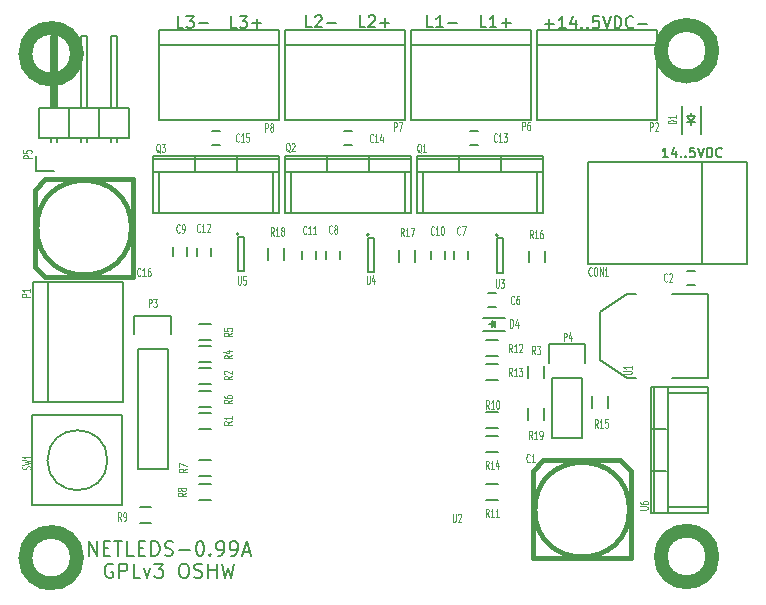
<source format=gbr>
G04 #@! TF.FileFunction,Legend,Top*
%FSLAX46Y46*%
G04 Gerber Fmt 4.6, Leading zero omitted, Abs format (unit mm)*
G04 Created by KiCad (PCBNEW (2015-09-03 BZR 6154)-product) date 2015 September 07, Monday 13:00:52*
%MOMM*%
G01*
G04 APERTURE LIST*
%ADD10C,0.100000*%
%ADD11C,0.200000*%
%ADD12C,0.150000*%
%ADD13C,0.381000*%
%ADD14C,1.198880*%
%ADD15C,0.112500*%
%ADD16C,0.127000*%
G04 APERTURE END LIST*
D10*
D11*
X160657120Y-117936377D02*
X160657120Y-116736377D01*
X161342835Y-117936377D01*
X161342835Y-116736377D01*
X161914263Y-117307806D02*
X162314263Y-117307806D01*
X162485692Y-117936377D02*
X161914263Y-117936377D01*
X161914263Y-116736377D01*
X162485692Y-116736377D01*
X162828549Y-116736377D02*
X163514263Y-116736377D01*
X163171406Y-117936377D02*
X163171406Y-116736377D01*
X164485692Y-117936377D02*
X163914263Y-117936377D01*
X163914263Y-116736377D01*
X164885692Y-117307806D02*
X165285692Y-117307806D01*
X165457121Y-117936377D02*
X164885692Y-117936377D01*
X164885692Y-116736377D01*
X165457121Y-116736377D01*
X165971406Y-117936377D02*
X165971406Y-116736377D01*
X166257121Y-116736377D01*
X166428549Y-116793520D01*
X166542835Y-116907806D01*
X166599978Y-117022091D01*
X166657121Y-117250663D01*
X166657121Y-117422091D01*
X166599978Y-117650663D01*
X166542835Y-117764949D01*
X166428549Y-117879234D01*
X166257121Y-117936377D01*
X165971406Y-117936377D01*
X167114263Y-117879234D02*
X167285692Y-117936377D01*
X167571406Y-117936377D01*
X167685692Y-117879234D01*
X167742835Y-117822091D01*
X167799978Y-117707806D01*
X167799978Y-117593520D01*
X167742835Y-117479234D01*
X167685692Y-117422091D01*
X167571406Y-117364949D01*
X167342835Y-117307806D01*
X167228549Y-117250663D01*
X167171406Y-117193520D01*
X167114263Y-117079234D01*
X167114263Y-116964949D01*
X167171406Y-116850663D01*
X167228549Y-116793520D01*
X167342835Y-116736377D01*
X167628549Y-116736377D01*
X167799978Y-116793520D01*
X168314263Y-117479234D02*
X169228549Y-117479234D01*
X170028549Y-116736377D02*
X170142834Y-116736377D01*
X170257120Y-116793520D01*
X170314263Y-116850663D01*
X170371406Y-116964949D01*
X170428549Y-117193520D01*
X170428549Y-117479234D01*
X170371406Y-117707806D01*
X170314263Y-117822091D01*
X170257120Y-117879234D01*
X170142834Y-117936377D01*
X170028549Y-117936377D01*
X169914263Y-117879234D01*
X169857120Y-117822091D01*
X169799977Y-117707806D01*
X169742834Y-117479234D01*
X169742834Y-117193520D01*
X169799977Y-116964949D01*
X169857120Y-116850663D01*
X169914263Y-116793520D01*
X170028549Y-116736377D01*
X170942834Y-117822091D02*
X170999977Y-117879234D01*
X170942834Y-117936377D01*
X170885691Y-117879234D01*
X170942834Y-117822091D01*
X170942834Y-117936377D01*
X171571406Y-117936377D02*
X171799978Y-117936377D01*
X171914263Y-117879234D01*
X171971406Y-117822091D01*
X172085692Y-117650663D01*
X172142835Y-117422091D01*
X172142835Y-116964949D01*
X172085692Y-116850663D01*
X172028549Y-116793520D01*
X171914263Y-116736377D01*
X171685692Y-116736377D01*
X171571406Y-116793520D01*
X171514263Y-116850663D01*
X171457120Y-116964949D01*
X171457120Y-117250663D01*
X171514263Y-117364949D01*
X171571406Y-117422091D01*
X171685692Y-117479234D01*
X171914263Y-117479234D01*
X172028549Y-117422091D01*
X172085692Y-117364949D01*
X172142835Y-117250663D01*
X172714263Y-117936377D02*
X172942835Y-117936377D01*
X173057120Y-117879234D01*
X173114263Y-117822091D01*
X173228549Y-117650663D01*
X173285692Y-117422091D01*
X173285692Y-116964949D01*
X173228549Y-116850663D01*
X173171406Y-116793520D01*
X173057120Y-116736377D01*
X172828549Y-116736377D01*
X172714263Y-116793520D01*
X172657120Y-116850663D01*
X172599977Y-116964949D01*
X172599977Y-117250663D01*
X172657120Y-117364949D01*
X172714263Y-117422091D01*
X172828549Y-117479234D01*
X173057120Y-117479234D01*
X173171406Y-117422091D01*
X173228549Y-117364949D01*
X173285692Y-117250663D01*
X173742834Y-117593520D02*
X174314263Y-117593520D01*
X173628549Y-117936377D02*
X174028549Y-116736377D01*
X174428549Y-117936377D01*
X162685691Y-118673520D02*
X162571405Y-118616377D01*
X162399976Y-118616377D01*
X162228548Y-118673520D01*
X162114262Y-118787806D01*
X162057119Y-118902091D01*
X161999976Y-119130663D01*
X161999976Y-119302091D01*
X162057119Y-119530663D01*
X162114262Y-119644949D01*
X162228548Y-119759234D01*
X162399976Y-119816377D01*
X162514262Y-119816377D01*
X162685691Y-119759234D01*
X162742834Y-119702091D01*
X162742834Y-119302091D01*
X162514262Y-119302091D01*
X163257119Y-119816377D02*
X163257119Y-118616377D01*
X163714262Y-118616377D01*
X163828548Y-118673520D01*
X163885691Y-118730663D01*
X163942834Y-118844949D01*
X163942834Y-119016377D01*
X163885691Y-119130663D01*
X163828548Y-119187806D01*
X163714262Y-119244949D01*
X163257119Y-119244949D01*
X165028548Y-119816377D02*
X164457119Y-119816377D01*
X164457119Y-118616377D01*
X165314263Y-119016377D02*
X165599977Y-119816377D01*
X165885691Y-119016377D01*
X166228549Y-118616377D02*
X166971406Y-118616377D01*
X166571406Y-119073520D01*
X166742834Y-119073520D01*
X166857120Y-119130663D01*
X166914263Y-119187806D01*
X166971406Y-119302091D01*
X166971406Y-119587806D01*
X166914263Y-119702091D01*
X166857120Y-119759234D01*
X166742834Y-119816377D01*
X166399977Y-119816377D01*
X166285691Y-119759234D01*
X166228549Y-119702091D01*
X168628549Y-118616377D02*
X168857120Y-118616377D01*
X168971406Y-118673520D01*
X169085692Y-118787806D01*
X169142834Y-119016377D01*
X169142834Y-119416377D01*
X169085692Y-119644949D01*
X168971406Y-119759234D01*
X168857120Y-119816377D01*
X168628549Y-119816377D01*
X168514263Y-119759234D01*
X168399977Y-119644949D01*
X168342834Y-119416377D01*
X168342834Y-119016377D01*
X168399977Y-118787806D01*
X168514263Y-118673520D01*
X168628549Y-118616377D01*
X169599977Y-119759234D02*
X169771406Y-119816377D01*
X170057120Y-119816377D01*
X170171406Y-119759234D01*
X170228549Y-119702091D01*
X170285692Y-119587806D01*
X170285692Y-119473520D01*
X170228549Y-119359234D01*
X170171406Y-119302091D01*
X170057120Y-119244949D01*
X169828549Y-119187806D01*
X169714263Y-119130663D01*
X169657120Y-119073520D01*
X169599977Y-118959234D01*
X169599977Y-118844949D01*
X169657120Y-118730663D01*
X169714263Y-118673520D01*
X169828549Y-118616377D01*
X170114263Y-118616377D01*
X170285692Y-118673520D01*
X170799977Y-119816377D02*
X170799977Y-118616377D01*
X170799977Y-119187806D02*
X171485692Y-119187806D01*
X171485692Y-119816377D02*
X171485692Y-118616377D01*
X171942835Y-118616377D02*
X172228549Y-119816377D01*
X172457120Y-118959234D01*
X172685692Y-119816377D01*
X172971406Y-118616377D01*
D12*
X209697578Y-84212385D02*
X209240435Y-84212385D01*
X209469006Y-84212385D02*
X209469006Y-83412385D01*
X209392816Y-83526670D01*
X209316625Y-83602861D01*
X209240435Y-83640956D01*
X210383292Y-83679051D02*
X210383292Y-84212385D01*
X210192816Y-83374290D02*
X210002340Y-83945718D01*
X210497578Y-83945718D01*
X210802340Y-84136194D02*
X210840435Y-84174290D01*
X210802340Y-84212385D01*
X210764245Y-84174290D01*
X210802340Y-84136194D01*
X210802340Y-84212385D01*
X211183292Y-84136194D02*
X211221387Y-84174290D01*
X211183292Y-84212385D01*
X211145197Y-84174290D01*
X211183292Y-84136194D01*
X211183292Y-84212385D01*
X211945197Y-83412385D02*
X211564244Y-83412385D01*
X211526149Y-83793337D01*
X211564244Y-83755242D01*
X211640435Y-83717147D01*
X211830911Y-83717147D01*
X211907101Y-83755242D01*
X211945197Y-83793337D01*
X211983292Y-83869528D01*
X211983292Y-84060004D01*
X211945197Y-84136194D01*
X211907101Y-84174290D01*
X211830911Y-84212385D01*
X211640435Y-84212385D01*
X211564244Y-84174290D01*
X211526149Y-84136194D01*
X212211863Y-83412385D02*
X212478530Y-84212385D01*
X212745197Y-83412385D01*
X213011863Y-84212385D02*
X213011863Y-83412385D01*
X213202339Y-83412385D01*
X213316625Y-83450480D01*
X213392816Y-83526670D01*
X213430911Y-83602861D01*
X213469006Y-83755242D01*
X213469006Y-83869528D01*
X213430911Y-84021909D01*
X213392816Y-84098099D01*
X213316625Y-84174290D01*
X213202339Y-84212385D01*
X213011863Y-84212385D01*
X214269006Y-84136194D02*
X214230911Y-84174290D01*
X214116625Y-84212385D01*
X214040435Y-84212385D01*
X213926149Y-84174290D01*
X213849958Y-84098099D01*
X213811863Y-84021909D01*
X213773768Y-83869528D01*
X213773768Y-83755242D01*
X213811863Y-83602861D01*
X213849958Y-83526670D01*
X213926149Y-83450480D01*
X214040435Y-83412385D01*
X214116625Y-83412385D01*
X214230911Y-83450480D01*
X214269006Y-83488575D01*
X199273067Y-72892929D02*
X200034972Y-72892929D01*
X199654020Y-73273881D02*
X199654020Y-72511976D01*
X201034972Y-73273881D02*
X200463543Y-73273881D01*
X200749257Y-73273881D02*
X200749257Y-72273881D01*
X200654019Y-72416738D01*
X200558781Y-72511976D01*
X200463543Y-72559595D01*
X201892115Y-72607214D02*
X201892115Y-73273881D01*
X201654019Y-72226262D02*
X201415924Y-72940548D01*
X202034972Y-72940548D01*
X202415924Y-73178643D02*
X202463543Y-73226262D01*
X202415924Y-73273881D01*
X202368305Y-73226262D01*
X202415924Y-73178643D01*
X202415924Y-73273881D01*
X202892114Y-73178643D02*
X202939733Y-73226262D01*
X202892114Y-73273881D01*
X202844495Y-73226262D01*
X202892114Y-73178643D01*
X202892114Y-73273881D01*
X203844495Y-72273881D02*
X203368304Y-72273881D01*
X203320685Y-72750071D01*
X203368304Y-72702452D01*
X203463542Y-72654833D01*
X203701638Y-72654833D01*
X203796876Y-72702452D01*
X203844495Y-72750071D01*
X203892114Y-72845310D01*
X203892114Y-73083405D01*
X203844495Y-73178643D01*
X203796876Y-73226262D01*
X203701638Y-73273881D01*
X203463542Y-73273881D01*
X203368304Y-73226262D01*
X203320685Y-73178643D01*
X204177828Y-72273881D02*
X204511161Y-73273881D01*
X204844495Y-72273881D01*
X205177828Y-73273881D02*
X205177828Y-72273881D01*
X205415923Y-72273881D01*
X205558781Y-72321500D01*
X205654019Y-72416738D01*
X205701638Y-72511976D01*
X205749257Y-72702452D01*
X205749257Y-72845310D01*
X205701638Y-73035786D01*
X205654019Y-73131024D01*
X205558781Y-73226262D01*
X205415923Y-73273881D01*
X205177828Y-73273881D01*
X206749257Y-73178643D02*
X206701638Y-73226262D01*
X206558781Y-73273881D01*
X206463543Y-73273881D01*
X206320685Y-73226262D01*
X206225447Y-73131024D01*
X206177828Y-73035786D01*
X206130209Y-72845310D01*
X206130209Y-72702452D01*
X206177828Y-72511976D01*
X206225447Y-72416738D01*
X206320685Y-72321500D01*
X206463543Y-72273881D01*
X206558781Y-72273881D01*
X206701638Y-72321500D01*
X206749257Y-72369119D01*
X207177828Y-72892929D02*
X207939733Y-72892929D01*
X189801881Y-73197981D02*
X189325690Y-73197981D01*
X189325690Y-72197981D01*
X190659024Y-73197981D02*
X190087595Y-73197981D01*
X190373309Y-73197981D02*
X190373309Y-72197981D01*
X190278071Y-72340838D01*
X190182833Y-72436076D01*
X190087595Y-72483695D01*
X191087595Y-72817029D02*
X191849500Y-72817029D01*
X194325691Y-73197981D02*
X193849500Y-73197981D01*
X193849500Y-72197981D01*
X195182834Y-73197981D02*
X194611405Y-73197981D01*
X194897119Y-73197981D02*
X194897119Y-72197981D01*
X194801881Y-72340838D01*
X194706643Y-72436076D01*
X194611405Y-72483695D01*
X195611405Y-72817029D02*
X196373310Y-72817029D01*
X195992358Y-73197981D02*
X195992358Y-72436076D01*
X179552981Y-73197981D02*
X179076790Y-73197981D01*
X179076790Y-72197981D01*
X179838695Y-72293219D02*
X179886314Y-72245600D01*
X179981552Y-72197981D01*
X180219648Y-72197981D01*
X180314886Y-72245600D01*
X180362505Y-72293219D01*
X180410124Y-72388457D01*
X180410124Y-72483695D01*
X180362505Y-72626552D01*
X179791076Y-73197981D01*
X180410124Y-73197981D01*
X180838695Y-72817029D02*
X181600600Y-72817029D01*
X184076791Y-73197981D02*
X183600600Y-73197981D01*
X183600600Y-72197981D01*
X184362505Y-72293219D02*
X184410124Y-72245600D01*
X184505362Y-72197981D01*
X184743458Y-72197981D01*
X184838696Y-72245600D01*
X184886315Y-72293219D01*
X184933934Y-72388457D01*
X184933934Y-72483695D01*
X184886315Y-72626552D01*
X184314886Y-73197981D01*
X184933934Y-73197981D01*
X185362505Y-72817029D02*
X186124410Y-72817029D01*
X185743458Y-73197981D02*
X185743458Y-72436076D01*
X168681781Y-73248781D02*
X168205590Y-73248781D01*
X168205590Y-72248781D01*
X168919876Y-72248781D02*
X169538924Y-72248781D01*
X169205590Y-72629733D01*
X169348448Y-72629733D01*
X169443686Y-72677352D01*
X169491305Y-72724971D01*
X169538924Y-72820210D01*
X169538924Y-73058305D01*
X169491305Y-73153543D01*
X169443686Y-73201162D01*
X169348448Y-73248781D01*
X169062733Y-73248781D01*
X168967495Y-73201162D01*
X168919876Y-73153543D01*
X169967495Y-72867829D02*
X170729400Y-72867829D01*
X173205591Y-73248781D02*
X172729400Y-73248781D01*
X172729400Y-72248781D01*
X173443686Y-72248781D02*
X174062734Y-72248781D01*
X173729400Y-72629733D01*
X173872258Y-72629733D01*
X173967496Y-72677352D01*
X174015115Y-72724971D01*
X174062734Y-72820210D01*
X174062734Y-73058305D01*
X174015115Y-73153543D01*
X173967496Y-73201162D01*
X173872258Y-73248781D01*
X173586543Y-73248781D01*
X173491305Y-73201162D01*
X173443686Y-73153543D01*
X174491305Y-72867829D02*
X175253210Y-72867829D01*
X174872258Y-73248781D02*
X174872258Y-72486876D01*
D13*
X198236840Y-110746540D02*
X199138540Y-109844840D01*
X205638400Y-109844840D02*
X206537560Y-110746540D01*
X206537560Y-118145560D02*
X198239380Y-118145560D01*
X206540100Y-110746540D02*
X206540100Y-118145560D01*
X205638400Y-109844840D02*
X199143620Y-109844840D01*
X198241920Y-110744000D02*
X198241920Y-118145560D01*
X206438823Y-114046000D02*
G75*
G03X206438823Y-114046000I-4000823J0D01*
G01*
D12*
X211333600Y-93837200D02*
X212033600Y-93837200D01*
X212033600Y-95037200D02*
X211333600Y-95037200D01*
X195155300Y-96904100D02*
X194455300Y-96904100D01*
X194455300Y-95704100D02*
X195155300Y-95704100D01*
X191614500Y-92806000D02*
X191614500Y-92106000D01*
X192814500Y-92106000D02*
X192814500Y-92806000D01*
X180756000Y-92806000D02*
X180756000Y-92106000D01*
X181956000Y-92106000D02*
X181956000Y-92806000D01*
X167802000Y-92540000D02*
X167802000Y-91840000D01*
X169002000Y-91840000D02*
X169002000Y-92540000D01*
X189646000Y-92806000D02*
X189646000Y-92106000D01*
X190846000Y-92106000D02*
X190846000Y-92806000D01*
X178724000Y-92806000D02*
X178724000Y-92106000D01*
X179924000Y-92106000D02*
X179924000Y-92806000D01*
X169834000Y-92552000D02*
X169834000Y-91852000D01*
X171034000Y-91852000D02*
X171034000Y-92552000D01*
X192956000Y-81950000D02*
X193656000Y-81950000D01*
X193656000Y-83150000D02*
X192956000Y-83150000D01*
X182264000Y-81950000D02*
X182964000Y-81950000D01*
X182964000Y-83150000D02*
X182264000Y-83150000D01*
X171100000Y-81950000D02*
X171800000Y-81950000D01*
X171800000Y-83150000D02*
X171100000Y-83150000D01*
D13*
X156974540Y-94371160D02*
X156072840Y-93469460D01*
X156072840Y-86969600D02*
X156974540Y-86070440D01*
X164373560Y-86070440D02*
X164373560Y-94368620D01*
X156974540Y-86067900D02*
X164373560Y-86067900D01*
X156072840Y-86969600D02*
X156072840Y-93464380D01*
X156972000Y-94366080D02*
X164373560Y-94366080D01*
X164274823Y-90170000D02*
G75*
G03X164274823Y-90170000I-4000823J0D01*
G01*
D12*
X215646000Y-93218000D02*
X216408000Y-93218000D01*
X216408000Y-93218000D02*
X216408000Y-84582000D01*
X216408000Y-84582000D02*
X215646000Y-84582000D01*
X212598000Y-93218000D02*
X212598000Y-84582000D01*
X202946000Y-93218000D02*
X202946000Y-84582000D01*
X215646000Y-84582000D02*
X202946000Y-84582000D01*
X215646000Y-93218000D02*
X202946000Y-93218000D01*
X195905300Y-97786100D02*
X194005300Y-97786100D01*
X195905300Y-98886100D02*
X194005300Y-98886100D01*
X195005300Y-98336100D02*
X194555300Y-98336100D01*
X195055300Y-98586100D02*
X195055300Y-98086100D01*
X195055300Y-98336100D02*
X194805300Y-98586100D01*
X194805300Y-98586100D02*
X194805300Y-98086100D01*
X194805300Y-98086100D02*
X195055300Y-98336100D01*
X157226000Y-104965500D02*
X157226000Y-94805500D01*
X155956000Y-104965500D02*
X163576000Y-104965500D01*
X163576000Y-104965500D02*
X163576000Y-94805500D01*
X163576000Y-94805500D02*
X155956000Y-94805500D01*
X155956000Y-94805500D02*
X155956000Y-104965500D01*
X198628000Y-74676000D02*
X208788000Y-74676000D01*
X198628000Y-73406000D02*
X198628000Y-81026000D01*
X198628000Y-81026000D02*
X208788000Y-81026000D01*
X208788000Y-81026000D02*
X208788000Y-73406000D01*
X208788000Y-73406000D02*
X198628000Y-73406000D01*
X164515200Y-99187000D02*
X164515200Y-97637000D01*
X164515200Y-97637000D02*
X167615200Y-97637000D01*
X167615200Y-97637000D02*
X167615200Y-99187000D01*
X167335200Y-100457000D02*
X167335200Y-110617000D01*
X167335200Y-110617000D02*
X164795200Y-110617000D01*
X164795200Y-110617000D02*
X164795200Y-100457000D01*
X167335200Y-100457000D02*
X164795200Y-100457000D01*
X199898000Y-102870000D02*
X199898000Y-107950000D01*
X199898000Y-107950000D02*
X202438000Y-107950000D01*
X202438000Y-107950000D02*
X202438000Y-102870000D01*
X202718000Y-100050000D02*
X202718000Y-101600000D01*
X202438000Y-102870000D02*
X199898000Y-102870000D01*
X199618000Y-101600000D02*
X199618000Y-100050000D01*
X199618000Y-100050000D02*
X202718000Y-100050000D01*
X156184000Y-85374000D02*
X157734000Y-85374000D01*
X156184000Y-84074000D02*
X156184000Y-85374000D01*
X157607000Y-79883000D02*
X157607000Y-74041000D01*
X157607000Y-74041000D02*
X157861000Y-74041000D01*
X157861000Y-74041000D02*
X157861000Y-79883000D01*
X157861000Y-79883000D02*
X157734000Y-79883000D01*
X157734000Y-79883000D02*
X157734000Y-74041000D01*
X157480000Y-82550000D02*
X157480000Y-82931000D01*
X157988000Y-82550000D02*
X157988000Y-82931000D01*
X160020000Y-82550000D02*
X160020000Y-82931000D01*
X160528000Y-82550000D02*
X160528000Y-82931000D01*
X162560000Y-82550000D02*
X162560000Y-82931000D01*
X163068000Y-82550000D02*
X163068000Y-82931000D01*
X159004000Y-80010000D02*
X156464000Y-80010000D01*
X157988000Y-73914000D02*
X157988000Y-80010000D01*
X157480000Y-73914000D02*
X157988000Y-73914000D01*
X157480000Y-80010000D02*
X157480000Y-73914000D01*
X159004000Y-82550000D02*
X159004000Y-80010000D01*
X156464000Y-82550000D02*
X159004000Y-82550000D01*
X156464000Y-82550000D02*
X156464000Y-80010000D01*
X161544000Y-82550000D02*
X161544000Y-80010000D01*
X161544000Y-82550000D02*
X164084000Y-82550000D01*
X162560000Y-80010000D02*
X162560000Y-73914000D01*
X162560000Y-73914000D02*
X163068000Y-73914000D01*
X163068000Y-73914000D02*
X163068000Y-80010000D01*
X164084000Y-80010000D02*
X161544000Y-80010000D01*
X161544000Y-80010000D02*
X159004000Y-80010000D01*
X160528000Y-73914000D02*
X160528000Y-80010000D01*
X160020000Y-73914000D02*
X160528000Y-73914000D01*
X160020000Y-80010000D02*
X160020000Y-73914000D01*
X161544000Y-82550000D02*
X161544000Y-80010000D01*
X159004000Y-82550000D02*
X161544000Y-82550000D01*
X159004000Y-82550000D02*
X159004000Y-80010000D01*
X164084000Y-82550000D02*
X164084000Y-80010000D01*
X187960000Y-74676000D02*
X198120000Y-74676000D01*
X187960000Y-73406000D02*
X187960000Y-81026000D01*
X187960000Y-81026000D02*
X198120000Y-81026000D01*
X198120000Y-81026000D02*
X198120000Y-73406000D01*
X198120000Y-73406000D02*
X187960000Y-73406000D01*
X177292000Y-74676000D02*
X187452000Y-74676000D01*
X177292000Y-73406000D02*
X177292000Y-81026000D01*
X177292000Y-81026000D02*
X187452000Y-81026000D01*
X187452000Y-81026000D02*
X187452000Y-73406000D01*
X187452000Y-73406000D02*
X177292000Y-73406000D01*
X166624000Y-74676000D02*
X176784000Y-74676000D01*
X166624000Y-73406000D02*
X166624000Y-81026000D01*
X166624000Y-81026000D02*
X176784000Y-81026000D01*
X176784000Y-81026000D02*
X176784000Y-73406000D01*
X176784000Y-73406000D02*
X166624000Y-73406000D01*
X198628000Y-85471000D02*
X198628000Y-88900000D01*
X188976000Y-85471000D02*
X188976000Y-88900000D01*
X199136000Y-84328000D02*
X188468000Y-84328000D01*
X195580000Y-85344000D02*
X195580000Y-84074000D01*
X192024000Y-85344000D02*
X192024000Y-84074000D01*
X188468000Y-85471000D02*
X199136000Y-85471000D01*
X199136000Y-88900000D02*
X188468000Y-88900000D01*
X188468000Y-84074000D02*
X188468000Y-88900000D01*
X199136000Y-84074000D02*
X199136000Y-88900000D01*
X199136000Y-84074000D02*
X188468000Y-84074000D01*
X187452000Y-85471000D02*
X187452000Y-88900000D01*
X177800000Y-85471000D02*
X177800000Y-88900000D01*
X187960000Y-84328000D02*
X177292000Y-84328000D01*
X184404000Y-85344000D02*
X184404000Y-84074000D01*
X180848000Y-85344000D02*
X180848000Y-84074000D01*
X177292000Y-85471000D02*
X187960000Y-85471000D01*
X187960000Y-88900000D02*
X177292000Y-88900000D01*
X177292000Y-84074000D02*
X177292000Y-88900000D01*
X187960000Y-84074000D02*
X187960000Y-88900000D01*
X187960000Y-84074000D02*
X177292000Y-84074000D01*
X176276000Y-85471000D02*
X176276000Y-88900000D01*
X166624000Y-85471000D02*
X166624000Y-88900000D01*
X176784000Y-84328000D02*
X166116000Y-84328000D01*
X173228000Y-85344000D02*
X173228000Y-84074000D01*
X169672000Y-85344000D02*
X169672000Y-84074000D01*
X166116000Y-85471000D02*
X176784000Y-85471000D01*
X176784000Y-88900000D02*
X166116000Y-88900000D01*
X166116000Y-84074000D02*
X166116000Y-88900000D01*
X176784000Y-84074000D02*
X176784000Y-88900000D01*
X176784000Y-84074000D02*
X166116000Y-84074000D01*
X171035600Y-101513000D02*
X170035600Y-101513000D01*
X170035600Y-100163000D02*
X171035600Y-100163000D01*
X170996800Y-99684200D02*
X169996800Y-99684200D01*
X169996800Y-98334200D02*
X170996800Y-98334200D01*
X170997500Y-105361100D02*
X169997500Y-105361100D01*
X169997500Y-104011100D02*
X170997500Y-104011100D01*
X170997500Y-111203100D02*
X169997500Y-111203100D01*
X169997500Y-109853100D02*
X170997500Y-109853100D01*
X170997500Y-113235100D02*
X169997500Y-113235100D01*
X169997500Y-111885100D02*
X170997500Y-111885100D01*
X165960680Y-115173120D02*
X164960680Y-115173120D01*
X164960680Y-113823120D02*
X165960680Y-113823120D01*
X194305300Y-105789100D02*
X195305300Y-105789100D01*
X195305300Y-107139100D02*
X194305300Y-107139100D01*
X195305300Y-113235100D02*
X194305300Y-113235100D01*
X194305300Y-111885100D02*
X195305300Y-111885100D01*
X194293300Y-99693100D02*
X195293300Y-99693100D01*
X195293300Y-101043100D02*
X194293300Y-101043100D01*
X194305300Y-101725100D02*
X195305300Y-101725100D01*
X195305300Y-103075100D02*
X194305300Y-103075100D01*
X194317300Y-107821100D02*
X195317300Y-107821100D01*
X195317300Y-109171100D02*
X194317300Y-109171100D01*
X203287000Y-105402000D02*
X203287000Y-104402000D01*
X204637000Y-104402000D02*
X204637000Y-105402000D01*
X197927600Y-93108400D02*
X197927600Y-92108400D01*
X199277600Y-92108400D02*
X199277600Y-93108400D01*
X186929400Y-93057600D02*
X186929400Y-92057600D01*
X188279400Y-92057600D02*
X188279400Y-93057600D01*
X175829600Y-92930600D02*
X175829600Y-91930600D01*
X177179600Y-91930600D02*
X177179600Y-92930600D01*
X162242500Y-109855000D02*
G75*
G03X162242500Y-109855000I-2540000J0D01*
G01*
X163512500Y-106045000D02*
X163512500Y-113665000D01*
X163512500Y-113665000D02*
X155892500Y-113665000D01*
X155892500Y-113665000D02*
X155892500Y-106045000D01*
X163512500Y-106045000D02*
X155892500Y-106045000D01*
X195296000Y-90819500D02*
G75*
G03X195296000Y-90819500I-100000J0D01*
G01*
X195746000Y-91069500D02*
X195246000Y-91069500D01*
X195746000Y-93969500D02*
X195746000Y-91069500D01*
X195246000Y-93969500D02*
X195746000Y-93969500D01*
X195246000Y-91069500D02*
X195246000Y-93969500D01*
X184374000Y-90756000D02*
G75*
G03X184374000Y-90756000I-100000J0D01*
G01*
X184824000Y-91006000D02*
X184324000Y-91006000D01*
X184824000Y-93906000D02*
X184824000Y-91006000D01*
X184324000Y-93906000D02*
X184824000Y-93906000D01*
X184324000Y-91006000D02*
X184324000Y-93906000D01*
X173366000Y-90690000D02*
G75*
G03X173366000Y-90690000I-100000J0D01*
G01*
X173816000Y-90940000D02*
X173316000Y-90940000D01*
X173816000Y-93840000D02*
X173816000Y-90940000D01*
X173316000Y-93840000D02*
X173816000Y-93840000D01*
X173316000Y-90940000D02*
X173316000Y-93840000D01*
D14*
X213464004Y-118008400D02*
G75*
G03X213464004Y-118008400I-2186804J0D01*
G01*
X159666804Y-75438000D02*
G75*
G03X159666804Y-75438000I-2186804J0D01*
G01*
X159666804Y-118110000D02*
G75*
G03X159666804Y-118110000I-2186804J0D01*
G01*
X213464004Y-75184000D02*
G75*
G03X213464004Y-75184000I-2186804J0D01*
G01*
D12*
X210032600Y-102920800D02*
X213080600Y-102920800D01*
X213080600Y-102920800D02*
X213080600Y-95808800D01*
X213080600Y-95808800D02*
X210032600Y-95808800D01*
X206984600Y-102920800D02*
X206222600Y-102920800D01*
X206222600Y-102920800D02*
X203936600Y-101396800D01*
X203936600Y-101396800D02*
X203936600Y-97332800D01*
X203936600Y-97332800D02*
X206222600Y-95808800D01*
X206222600Y-95808800D02*
X206984600Y-95808800D01*
X209677000Y-104140000D02*
X213106000Y-104140000D01*
X209677000Y-113792000D02*
X213106000Y-113792000D01*
X208534000Y-103632000D02*
X208534000Y-114300000D01*
X209550000Y-107188000D02*
X208280000Y-107188000D01*
X209550000Y-110744000D02*
X208280000Y-110744000D01*
X209677000Y-114300000D02*
X209677000Y-103632000D01*
X213106000Y-103632000D02*
X213106000Y-114300000D01*
X208280000Y-114300000D02*
X213106000Y-114300000D01*
X208280000Y-103632000D02*
X213106000Y-103632000D01*
X208280000Y-103632000D02*
X208280000Y-114300000D01*
X170984800Y-107228000D02*
X169984800Y-107228000D01*
X169984800Y-105878000D02*
X170984800Y-105878000D01*
X171035600Y-103392600D02*
X170035600Y-103392600D01*
X170035600Y-102042600D02*
X171035600Y-102042600D01*
X211658200Y-80725200D02*
X211658200Y-80475200D01*
X211658200Y-81225200D02*
X211658200Y-81475200D01*
X211658200Y-81225200D02*
X211308200Y-80725200D01*
X211308200Y-80725200D02*
X212008200Y-80725200D01*
X212008200Y-80725200D02*
X211658200Y-81225200D01*
X211308200Y-81225200D02*
X212008200Y-81225200D01*
X212458200Y-82275200D02*
X212458200Y-79875200D01*
X210858200Y-82275200D02*
X210858200Y-79875200D01*
X197851400Y-102862000D02*
X197851400Y-101862000D01*
X199201400Y-101862000D02*
X199201400Y-102862000D01*
X197826000Y-106418000D02*
X197826000Y-105418000D01*
X199176000Y-105418000D02*
X199176000Y-106418000D01*
D15*
X197994201Y-109969586D02*
X197972772Y-110003490D01*
X197908486Y-110037395D01*
X197865629Y-110037395D01*
X197801344Y-110003490D01*
X197758486Y-109935681D01*
X197737058Y-109867871D01*
X197715629Y-109732252D01*
X197715629Y-109630538D01*
X197737058Y-109494919D01*
X197758486Y-109427110D01*
X197801344Y-109359300D01*
X197865629Y-109325395D01*
X197908486Y-109325395D01*
X197972772Y-109359300D01*
X197994201Y-109393205D01*
X198422772Y-110037395D02*
X198165629Y-110037395D01*
X198294201Y-110037395D02*
X198294201Y-109325395D01*
X198251344Y-109427110D01*
X198208486Y-109494919D01*
X198165629Y-109528824D01*
D16*
D15*
X209640101Y-94666086D02*
X209618672Y-94699990D01*
X209554386Y-94733895D01*
X209511529Y-94733895D01*
X209447244Y-94699990D01*
X209404386Y-94632181D01*
X209382958Y-94564371D01*
X209361529Y-94428752D01*
X209361529Y-94327038D01*
X209382958Y-94191419D01*
X209404386Y-94123610D01*
X209447244Y-94055800D01*
X209511529Y-94021895D01*
X209554386Y-94021895D01*
X209618672Y-94055800D01*
X209640101Y-94089705D01*
X209811529Y-94089705D02*
X209832958Y-94055800D01*
X209875815Y-94021895D01*
X209982958Y-94021895D01*
X210025815Y-94055800D01*
X210047244Y-94089705D01*
X210068672Y-94157514D01*
X210068672Y-94225324D01*
X210047244Y-94327038D01*
X209790101Y-94733895D01*
X210068672Y-94733895D01*
D16*
D15*
X196686101Y-96583786D02*
X196664672Y-96617690D01*
X196600386Y-96651595D01*
X196557529Y-96651595D01*
X196493244Y-96617690D01*
X196450386Y-96549881D01*
X196428958Y-96482071D01*
X196407529Y-96346452D01*
X196407529Y-96244738D01*
X196428958Y-96109119D01*
X196450386Y-96041310D01*
X196493244Y-95973500D01*
X196557529Y-95939595D01*
X196600386Y-95939595D01*
X196664672Y-95973500D01*
X196686101Y-96007405D01*
X197071815Y-95939595D02*
X196986101Y-95939595D01*
X196943244Y-95973500D01*
X196921815Y-96007405D01*
X196878958Y-96109119D01*
X196857529Y-96244738D01*
X196857529Y-96515976D01*
X196878958Y-96583786D01*
X196900386Y-96617690D01*
X196943244Y-96651595D01*
X197028958Y-96651595D01*
X197071815Y-96617690D01*
X197093244Y-96583786D01*
X197114672Y-96515976D01*
X197114672Y-96346452D01*
X197093244Y-96278643D01*
X197071815Y-96244738D01*
X197028958Y-96210833D01*
X196943244Y-96210833D01*
X196900386Y-96244738D01*
X196878958Y-96278643D01*
X196857529Y-96346452D01*
D16*
D15*
X192126801Y-90703686D02*
X192105372Y-90737590D01*
X192041086Y-90771495D01*
X191998229Y-90771495D01*
X191933944Y-90737590D01*
X191891086Y-90669781D01*
X191869658Y-90601971D01*
X191848229Y-90466352D01*
X191848229Y-90364638D01*
X191869658Y-90229019D01*
X191891086Y-90161210D01*
X191933944Y-90093400D01*
X191998229Y-90059495D01*
X192041086Y-90059495D01*
X192105372Y-90093400D01*
X192126801Y-90127305D01*
X192276801Y-90059495D02*
X192576801Y-90059495D01*
X192383944Y-90771495D01*
D16*
D15*
X181281001Y-90602086D02*
X181259572Y-90635990D01*
X181195286Y-90669895D01*
X181152429Y-90669895D01*
X181088144Y-90635990D01*
X181045286Y-90568181D01*
X181023858Y-90500371D01*
X181002429Y-90364752D01*
X181002429Y-90263038D01*
X181023858Y-90127419D01*
X181045286Y-90059610D01*
X181088144Y-89991800D01*
X181152429Y-89957895D01*
X181195286Y-89957895D01*
X181259572Y-89991800D01*
X181281001Y-90025705D01*
X181538144Y-90263038D02*
X181495286Y-90229133D01*
X181473858Y-90195229D01*
X181452429Y-90127419D01*
X181452429Y-90093514D01*
X181473858Y-90025705D01*
X181495286Y-89991800D01*
X181538144Y-89957895D01*
X181623858Y-89957895D01*
X181666715Y-89991800D01*
X181688144Y-90025705D01*
X181709572Y-90093514D01*
X181709572Y-90127419D01*
X181688144Y-90195229D01*
X181666715Y-90229133D01*
X181623858Y-90263038D01*
X181538144Y-90263038D01*
X181495286Y-90296943D01*
X181473858Y-90330848D01*
X181452429Y-90398657D01*
X181452429Y-90534276D01*
X181473858Y-90602086D01*
X181495286Y-90635990D01*
X181538144Y-90669895D01*
X181623858Y-90669895D01*
X181666715Y-90635990D01*
X181688144Y-90602086D01*
X181709572Y-90534276D01*
X181709572Y-90398657D01*
X181688144Y-90330848D01*
X181666715Y-90296943D01*
X181623858Y-90263038D01*
D16*
D15*
X168352401Y-90525886D02*
X168330972Y-90559790D01*
X168266686Y-90593695D01*
X168223829Y-90593695D01*
X168159544Y-90559790D01*
X168116686Y-90491981D01*
X168095258Y-90424171D01*
X168073829Y-90288552D01*
X168073829Y-90186838D01*
X168095258Y-90051219D01*
X168116686Y-89983410D01*
X168159544Y-89915600D01*
X168223829Y-89881695D01*
X168266686Y-89881695D01*
X168330972Y-89915600D01*
X168352401Y-89949505D01*
X168566686Y-90593695D02*
X168652401Y-90593695D01*
X168695258Y-90559790D01*
X168716686Y-90525886D01*
X168759544Y-90424171D01*
X168780972Y-90288552D01*
X168780972Y-90017314D01*
X168759544Y-89949505D01*
X168738115Y-89915600D01*
X168695258Y-89881695D01*
X168609544Y-89881695D01*
X168566686Y-89915600D01*
X168545258Y-89949505D01*
X168523829Y-90017314D01*
X168523829Y-90186838D01*
X168545258Y-90254648D01*
X168566686Y-90288552D01*
X168609544Y-90322457D01*
X168695258Y-90322457D01*
X168738115Y-90288552D01*
X168759544Y-90254648D01*
X168780972Y-90186838D01*
D16*
D15*
X189880515Y-90703686D02*
X189859086Y-90737590D01*
X189794800Y-90771495D01*
X189751943Y-90771495D01*
X189687658Y-90737590D01*
X189644800Y-90669781D01*
X189623372Y-90601971D01*
X189601943Y-90466352D01*
X189601943Y-90364638D01*
X189623372Y-90229019D01*
X189644800Y-90161210D01*
X189687658Y-90093400D01*
X189751943Y-90059495D01*
X189794800Y-90059495D01*
X189859086Y-90093400D01*
X189880515Y-90127305D01*
X190309086Y-90771495D02*
X190051943Y-90771495D01*
X190180515Y-90771495D02*
X190180515Y-90059495D01*
X190137658Y-90161210D01*
X190094800Y-90229019D01*
X190051943Y-90262924D01*
X190587657Y-90059495D02*
X190630514Y-90059495D01*
X190673371Y-90093400D01*
X190694800Y-90127305D01*
X190716229Y-90195114D01*
X190737657Y-90330733D01*
X190737657Y-90500257D01*
X190716229Y-90635876D01*
X190694800Y-90703686D01*
X190673371Y-90737590D01*
X190630514Y-90771495D01*
X190587657Y-90771495D01*
X190544800Y-90737590D01*
X190523371Y-90703686D01*
X190501943Y-90635876D01*
X190480514Y-90500257D01*
X190480514Y-90330733D01*
X190501943Y-90195114D01*
X190523371Y-90127305D01*
X190544800Y-90093400D01*
X190587657Y-90059495D01*
D16*
D15*
X179085515Y-90652886D02*
X179064086Y-90686790D01*
X178999800Y-90720695D01*
X178956943Y-90720695D01*
X178892658Y-90686790D01*
X178849800Y-90618981D01*
X178828372Y-90551171D01*
X178806943Y-90415552D01*
X178806943Y-90313838D01*
X178828372Y-90178219D01*
X178849800Y-90110410D01*
X178892658Y-90042600D01*
X178956943Y-90008695D01*
X178999800Y-90008695D01*
X179064086Y-90042600D01*
X179085515Y-90076505D01*
X179514086Y-90720695D02*
X179256943Y-90720695D01*
X179385515Y-90720695D02*
X179385515Y-90008695D01*
X179342658Y-90110410D01*
X179299800Y-90178219D01*
X179256943Y-90212124D01*
X179942657Y-90720695D02*
X179685514Y-90720695D01*
X179814086Y-90720695D02*
X179814086Y-90008695D01*
X179771229Y-90110410D01*
X179728371Y-90178219D01*
X179685514Y-90212124D01*
D16*
D15*
X170068515Y-90475086D02*
X170047086Y-90508990D01*
X169982800Y-90542895D01*
X169939943Y-90542895D01*
X169875658Y-90508990D01*
X169832800Y-90441181D01*
X169811372Y-90373371D01*
X169789943Y-90237752D01*
X169789943Y-90136038D01*
X169811372Y-90000419D01*
X169832800Y-89932610D01*
X169875658Y-89864800D01*
X169939943Y-89830895D01*
X169982800Y-89830895D01*
X170047086Y-89864800D01*
X170068515Y-89898705D01*
X170497086Y-90542895D02*
X170239943Y-90542895D01*
X170368515Y-90542895D02*
X170368515Y-89830895D01*
X170325658Y-89932610D01*
X170282800Y-90000419D01*
X170239943Y-90034324D01*
X170668514Y-89898705D02*
X170689943Y-89864800D01*
X170732800Y-89830895D01*
X170839943Y-89830895D01*
X170882800Y-89864800D01*
X170904229Y-89898705D01*
X170925657Y-89966514D01*
X170925657Y-90034324D01*
X170904229Y-90136038D01*
X170647086Y-90542895D01*
X170925657Y-90542895D01*
D16*
D15*
X195214515Y-82829686D02*
X195193086Y-82863590D01*
X195128800Y-82897495D01*
X195085943Y-82897495D01*
X195021658Y-82863590D01*
X194978800Y-82795781D01*
X194957372Y-82727971D01*
X194935943Y-82592352D01*
X194935943Y-82490638D01*
X194957372Y-82355019D01*
X194978800Y-82287210D01*
X195021658Y-82219400D01*
X195085943Y-82185495D01*
X195128800Y-82185495D01*
X195193086Y-82219400D01*
X195214515Y-82253305D01*
X195643086Y-82897495D02*
X195385943Y-82897495D01*
X195514515Y-82897495D02*
X195514515Y-82185495D01*
X195471658Y-82287210D01*
X195428800Y-82355019D01*
X195385943Y-82388924D01*
X195793086Y-82185495D02*
X196071657Y-82185495D01*
X195921657Y-82456733D01*
X195985943Y-82456733D01*
X196028800Y-82490638D01*
X196050229Y-82524543D01*
X196071657Y-82592352D01*
X196071657Y-82761876D01*
X196050229Y-82829686D01*
X196028800Y-82863590D01*
X195985943Y-82897495D01*
X195857371Y-82897495D01*
X195814514Y-82863590D01*
X195793086Y-82829686D01*
D16*
D15*
X184724315Y-82880486D02*
X184702886Y-82914390D01*
X184638600Y-82948295D01*
X184595743Y-82948295D01*
X184531458Y-82914390D01*
X184488600Y-82846581D01*
X184467172Y-82778771D01*
X184445743Y-82643152D01*
X184445743Y-82541438D01*
X184467172Y-82405819D01*
X184488600Y-82338010D01*
X184531458Y-82270200D01*
X184595743Y-82236295D01*
X184638600Y-82236295D01*
X184702886Y-82270200D01*
X184724315Y-82304105D01*
X185152886Y-82948295D02*
X184895743Y-82948295D01*
X185024315Y-82948295D02*
X185024315Y-82236295D01*
X184981458Y-82338010D01*
X184938600Y-82405819D01*
X184895743Y-82439724D01*
X185538600Y-82473629D02*
X185538600Y-82948295D01*
X185431457Y-82202390D02*
X185324314Y-82710962D01*
X185602886Y-82710962D01*
D16*
D15*
X173395915Y-82829686D02*
X173374486Y-82863590D01*
X173310200Y-82897495D01*
X173267343Y-82897495D01*
X173203058Y-82863590D01*
X173160200Y-82795781D01*
X173138772Y-82727971D01*
X173117343Y-82592352D01*
X173117343Y-82490638D01*
X173138772Y-82355019D01*
X173160200Y-82287210D01*
X173203058Y-82219400D01*
X173267343Y-82185495D01*
X173310200Y-82185495D01*
X173374486Y-82219400D01*
X173395915Y-82253305D01*
X173824486Y-82897495D02*
X173567343Y-82897495D01*
X173695915Y-82897495D02*
X173695915Y-82185495D01*
X173653058Y-82287210D01*
X173610200Y-82355019D01*
X173567343Y-82388924D01*
X174231629Y-82185495D02*
X174017343Y-82185495D01*
X173995914Y-82524543D01*
X174017343Y-82490638D01*
X174060200Y-82456733D01*
X174167343Y-82456733D01*
X174210200Y-82490638D01*
X174231629Y-82524543D01*
X174253057Y-82592352D01*
X174253057Y-82761876D01*
X174231629Y-82829686D01*
X174210200Y-82863590D01*
X174167343Y-82897495D01*
X174060200Y-82897495D01*
X174017343Y-82863590D01*
X173995914Y-82829686D01*
D16*
D15*
X165039315Y-94208886D02*
X165017886Y-94242790D01*
X164953600Y-94276695D01*
X164910743Y-94276695D01*
X164846458Y-94242790D01*
X164803600Y-94174981D01*
X164782172Y-94107171D01*
X164760743Y-93971552D01*
X164760743Y-93869838D01*
X164782172Y-93734219D01*
X164803600Y-93666410D01*
X164846458Y-93598600D01*
X164910743Y-93564695D01*
X164953600Y-93564695D01*
X165017886Y-93598600D01*
X165039315Y-93632505D01*
X165467886Y-94276695D02*
X165210743Y-94276695D01*
X165339315Y-94276695D02*
X165339315Y-93564695D01*
X165296458Y-93666410D01*
X165253600Y-93734219D01*
X165210743Y-93768124D01*
X165853600Y-93564695D02*
X165767886Y-93564695D01*
X165725029Y-93598600D01*
X165703600Y-93632505D01*
X165660743Y-93734219D01*
X165639314Y-93869838D01*
X165639314Y-94141076D01*
X165660743Y-94208886D01*
X165682171Y-94242790D01*
X165725029Y-94276695D01*
X165810743Y-94276695D01*
X165853600Y-94242790D01*
X165875029Y-94208886D01*
X165896457Y-94141076D01*
X165896457Y-93971552D01*
X165875029Y-93903743D01*
X165853600Y-93869838D01*
X165810743Y-93835933D01*
X165725029Y-93835933D01*
X165682171Y-93869838D01*
X165660743Y-93903743D01*
X165639314Y-93971552D01*
D16*
D15*
X203253012Y-94168246D02*
X203231583Y-94202150D01*
X203167297Y-94236055D01*
X203124440Y-94236055D01*
X203060155Y-94202150D01*
X203017297Y-94134341D01*
X202995869Y-94066531D01*
X202974440Y-93930912D01*
X202974440Y-93829198D01*
X202995869Y-93693579D01*
X203017297Y-93625770D01*
X203060155Y-93557960D01*
X203124440Y-93524055D01*
X203167297Y-93524055D01*
X203231583Y-93557960D01*
X203253012Y-93591865D01*
X203531583Y-93524055D02*
X203617297Y-93524055D01*
X203660155Y-93557960D01*
X203703012Y-93625770D01*
X203724440Y-93761389D01*
X203724440Y-93998722D01*
X203703012Y-94134341D01*
X203660155Y-94202150D01*
X203617297Y-94236055D01*
X203531583Y-94236055D01*
X203488726Y-94202150D01*
X203445869Y-94134341D01*
X203424440Y-93998722D01*
X203424440Y-93761389D01*
X203445869Y-93625770D01*
X203488726Y-93557960D01*
X203531583Y-93524055D01*
X203917298Y-94236055D02*
X203917298Y-93524055D01*
X204174441Y-94236055D01*
X204174441Y-93524055D01*
X204624441Y-94236055D02*
X204367298Y-94236055D01*
X204495870Y-94236055D02*
X204495870Y-93524055D01*
X204453013Y-93625770D01*
X204410155Y-93693579D01*
X204367298Y-93727484D01*
D16*
D15*
X196352758Y-98632795D02*
X196352758Y-97920795D01*
X196459901Y-97920795D01*
X196524186Y-97954700D01*
X196567044Y-98022510D01*
X196588472Y-98090319D01*
X196609901Y-98225938D01*
X196609901Y-98327652D01*
X196588472Y-98463271D01*
X196567044Y-98531081D01*
X196524186Y-98598890D01*
X196459901Y-98632795D01*
X196352758Y-98632795D01*
X196995615Y-98158129D02*
X196995615Y-98632795D01*
X196888472Y-97886890D02*
X196781329Y-98395462D01*
X197059901Y-98395462D01*
D16*
D15*
X155719295Y-96039342D02*
X155007295Y-96039342D01*
X155007295Y-95867914D01*
X155041200Y-95825056D01*
X155075105Y-95803628D01*
X155142914Y-95782199D01*
X155244629Y-95782199D01*
X155312438Y-95803628D01*
X155346343Y-95825056D01*
X155380248Y-95867914D01*
X155380248Y-96039342D01*
X155719295Y-95353628D02*
X155719295Y-95610771D01*
X155719295Y-95482199D02*
X155007295Y-95482199D01*
X155109010Y-95525056D01*
X155176819Y-95567914D01*
X155210724Y-95610771D01*
D16*
D15*
X208163758Y-81970395D02*
X208163758Y-81258395D01*
X208335186Y-81258395D01*
X208378044Y-81292300D01*
X208399472Y-81326205D01*
X208420901Y-81394014D01*
X208420901Y-81495729D01*
X208399472Y-81563538D01*
X208378044Y-81597443D01*
X208335186Y-81631348D01*
X208163758Y-81631348D01*
X208592329Y-81326205D02*
X208613758Y-81292300D01*
X208656615Y-81258395D01*
X208763758Y-81258395D01*
X208806615Y-81292300D01*
X208828044Y-81326205D01*
X208849472Y-81394014D01*
X208849472Y-81461824D01*
X208828044Y-81563538D01*
X208570901Y-81970395D01*
X208849472Y-81970395D01*
D16*
D15*
X165733058Y-96905595D02*
X165733058Y-96193595D01*
X165904486Y-96193595D01*
X165947344Y-96227500D01*
X165968772Y-96261405D01*
X165990201Y-96329214D01*
X165990201Y-96430929D01*
X165968772Y-96498738D01*
X165947344Y-96532643D01*
X165904486Y-96566548D01*
X165733058Y-96566548D01*
X166140201Y-96193595D02*
X166418772Y-96193595D01*
X166268772Y-96464833D01*
X166333058Y-96464833D01*
X166375915Y-96498738D01*
X166397344Y-96532643D01*
X166418772Y-96600452D01*
X166418772Y-96769976D01*
X166397344Y-96837786D01*
X166375915Y-96871690D01*
X166333058Y-96905595D01*
X166204486Y-96905595D01*
X166161629Y-96871690D01*
X166140201Y-96837786D01*
D16*
D15*
X200873958Y-99788495D02*
X200873958Y-99076495D01*
X201045386Y-99076495D01*
X201088244Y-99110400D01*
X201109672Y-99144305D01*
X201131101Y-99212114D01*
X201131101Y-99313829D01*
X201109672Y-99381638D01*
X201088244Y-99415543D01*
X201045386Y-99449448D01*
X200873958Y-99449448D01*
X201516815Y-99313829D02*
X201516815Y-99788495D01*
X201409672Y-99042590D02*
X201302529Y-99551162D01*
X201581101Y-99551162D01*
D16*
D15*
X155820895Y-84279142D02*
X155108895Y-84279142D01*
X155108895Y-84107714D01*
X155142800Y-84064856D01*
X155176705Y-84043428D01*
X155244514Y-84021999D01*
X155346229Y-84021999D01*
X155414038Y-84043428D01*
X155447943Y-84064856D01*
X155481848Y-84107714D01*
X155481848Y-84279142D01*
X155108895Y-83614856D02*
X155108895Y-83829142D01*
X155447943Y-83850571D01*
X155414038Y-83829142D01*
X155380133Y-83786285D01*
X155380133Y-83679142D01*
X155414038Y-83636285D01*
X155447943Y-83614856D01*
X155515752Y-83593428D01*
X155685276Y-83593428D01*
X155753086Y-83614856D01*
X155786990Y-83636285D01*
X155820895Y-83679142D01*
X155820895Y-83786285D01*
X155786990Y-83829142D01*
X155753086Y-83850571D01*
D16*
D15*
X197356058Y-81919595D02*
X197356058Y-81207595D01*
X197527486Y-81207595D01*
X197570344Y-81241500D01*
X197591772Y-81275405D01*
X197613201Y-81343214D01*
X197613201Y-81444929D01*
X197591772Y-81512738D01*
X197570344Y-81546643D01*
X197527486Y-81580548D01*
X197356058Y-81580548D01*
X197998915Y-81207595D02*
X197913201Y-81207595D01*
X197870344Y-81241500D01*
X197848915Y-81275405D01*
X197806058Y-81377119D01*
X197784629Y-81512738D01*
X197784629Y-81783976D01*
X197806058Y-81851786D01*
X197827486Y-81885690D01*
X197870344Y-81919595D01*
X197956058Y-81919595D01*
X197998915Y-81885690D01*
X198020344Y-81851786D01*
X198041772Y-81783976D01*
X198041772Y-81614452D01*
X198020344Y-81546643D01*
X197998915Y-81512738D01*
X197956058Y-81478833D01*
X197870344Y-81478833D01*
X197827486Y-81512738D01*
X197806058Y-81546643D01*
X197784629Y-81614452D01*
D16*
D15*
X186484858Y-81970395D02*
X186484858Y-81258395D01*
X186656286Y-81258395D01*
X186699144Y-81292300D01*
X186720572Y-81326205D01*
X186742001Y-81394014D01*
X186742001Y-81495729D01*
X186720572Y-81563538D01*
X186699144Y-81597443D01*
X186656286Y-81631348D01*
X186484858Y-81631348D01*
X186892001Y-81258395D02*
X187192001Y-81258395D01*
X186999144Y-81970395D01*
D16*
D15*
X175613658Y-82033895D02*
X175613658Y-81321895D01*
X175785086Y-81321895D01*
X175827944Y-81355800D01*
X175849372Y-81389705D01*
X175870801Y-81457514D01*
X175870801Y-81559229D01*
X175849372Y-81627038D01*
X175827944Y-81660943D01*
X175785086Y-81694848D01*
X175613658Y-81694848D01*
X176127944Y-81627038D02*
X176085086Y-81593133D01*
X176063658Y-81559229D01*
X176042229Y-81491419D01*
X176042229Y-81457514D01*
X176063658Y-81389705D01*
X176085086Y-81355800D01*
X176127944Y-81321895D01*
X176213658Y-81321895D01*
X176256515Y-81355800D01*
X176277944Y-81389705D01*
X176299372Y-81457514D01*
X176299372Y-81491419D01*
X176277944Y-81559229D01*
X176256515Y-81593133D01*
X176213658Y-81627038D01*
X176127944Y-81627038D01*
X176085086Y-81660943D01*
X176063658Y-81694848D01*
X176042229Y-81762657D01*
X176042229Y-81898276D01*
X176063658Y-81966086D01*
X176085086Y-81999990D01*
X176127944Y-82033895D01*
X176213658Y-82033895D01*
X176256515Y-81999990D01*
X176277944Y-81966086D01*
X176299372Y-81898276D01*
X176299372Y-81762657D01*
X176277944Y-81694848D01*
X176256515Y-81660943D01*
X176213658Y-81627038D01*
D16*
D15*
X188806143Y-83854305D02*
X188763286Y-83820400D01*
X188720429Y-83752590D01*
X188656143Y-83650876D01*
X188613286Y-83616971D01*
X188570429Y-83616971D01*
X188591857Y-83786495D02*
X188549000Y-83752590D01*
X188506143Y-83684781D01*
X188484714Y-83549162D01*
X188484714Y-83311829D01*
X188506143Y-83176210D01*
X188549000Y-83108400D01*
X188591857Y-83074495D01*
X188677571Y-83074495D01*
X188720429Y-83108400D01*
X188763286Y-83176210D01*
X188784714Y-83311829D01*
X188784714Y-83549162D01*
X188763286Y-83684781D01*
X188720429Y-83752590D01*
X188677571Y-83786495D01*
X188591857Y-83786495D01*
X189213286Y-83786495D02*
X188956143Y-83786495D01*
X189084715Y-83786495D02*
X189084715Y-83074495D01*
X189041858Y-83176210D01*
X188999000Y-83244019D01*
X188956143Y-83277924D01*
D16*
D15*
X177680943Y-83778105D02*
X177638086Y-83744200D01*
X177595229Y-83676390D01*
X177530943Y-83574676D01*
X177488086Y-83540771D01*
X177445229Y-83540771D01*
X177466657Y-83710295D02*
X177423800Y-83676390D01*
X177380943Y-83608581D01*
X177359514Y-83472962D01*
X177359514Y-83235629D01*
X177380943Y-83100010D01*
X177423800Y-83032200D01*
X177466657Y-82998295D01*
X177552371Y-82998295D01*
X177595229Y-83032200D01*
X177638086Y-83100010D01*
X177659514Y-83235629D01*
X177659514Y-83472962D01*
X177638086Y-83608581D01*
X177595229Y-83676390D01*
X177552371Y-83710295D01*
X177466657Y-83710295D01*
X177830943Y-83066105D02*
X177852372Y-83032200D01*
X177895229Y-82998295D01*
X178002372Y-82998295D01*
X178045229Y-83032200D01*
X178066658Y-83066105D01*
X178088086Y-83133914D01*
X178088086Y-83201724D01*
X178066658Y-83303438D01*
X177809515Y-83710295D01*
X178088086Y-83710295D01*
D16*
D15*
X166708143Y-83828905D02*
X166665286Y-83795000D01*
X166622429Y-83727190D01*
X166558143Y-83625476D01*
X166515286Y-83591571D01*
X166472429Y-83591571D01*
X166493857Y-83761095D02*
X166451000Y-83727190D01*
X166408143Y-83659381D01*
X166386714Y-83523762D01*
X166386714Y-83286429D01*
X166408143Y-83150810D01*
X166451000Y-83083000D01*
X166493857Y-83049095D01*
X166579571Y-83049095D01*
X166622429Y-83083000D01*
X166665286Y-83150810D01*
X166686714Y-83286429D01*
X166686714Y-83523762D01*
X166665286Y-83659381D01*
X166622429Y-83727190D01*
X166579571Y-83761095D01*
X166493857Y-83761095D01*
X166836715Y-83049095D02*
X167115286Y-83049095D01*
X166965286Y-83320333D01*
X167029572Y-83320333D01*
X167072429Y-83354238D01*
X167093858Y-83388143D01*
X167115286Y-83455952D01*
X167115286Y-83625476D01*
X167093858Y-83693286D01*
X167072429Y-83727190D01*
X167029572Y-83761095D01*
X166901000Y-83761095D01*
X166858143Y-83727190D01*
X166836715Y-83693286D01*
D16*
D15*
X172813495Y-100976499D02*
X172474448Y-101126499D01*
X172813495Y-101233642D02*
X172101495Y-101233642D01*
X172101495Y-101062214D01*
X172135400Y-101019356D01*
X172169305Y-100997928D01*
X172237114Y-100976499D01*
X172338829Y-100976499D01*
X172406638Y-100997928D01*
X172440543Y-101019356D01*
X172474448Y-101062214D01*
X172474448Y-101233642D01*
X172338829Y-100590785D02*
X172813495Y-100590785D01*
X172067590Y-100697928D02*
X172576162Y-100805071D01*
X172576162Y-100526499D01*
D16*
D15*
X172813495Y-99084199D02*
X172474448Y-99234199D01*
X172813495Y-99341342D02*
X172101495Y-99341342D01*
X172101495Y-99169914D01*
X172135400Y-99127056D01*
X172169305Y-99105628D01*
X172237114Y-99084199D01*
X172338829Y-99084199D01*
X172406638Y-99105628D01*
X172440543Y-99127056D01*
X172474448Y-99169914D01*
X172474448Y-99341342D01*
X172101495Y-98677056D02*
X172101495Y-98891342D01*
X172440543Y-98912771D01*
X172406638Y-98891342D01*
X172372733Y-98848485D01*
X172372733Y-98741342D01*
X172406638Y-98698485D01*
X172440543Y-98677056D01*
X172508352Y-98655628D01*
X172677876Y-98655628D01*
X172745686Y-98677056D01*
X172779590Y-98698485D01*
X172813495Y-98741342D01*
X172813495Y-98848485D01*
X172779590Y-98891342D01*
X172745686Y-98912771D01*
D16*
D15*
X172788095Y-104773799D02*
X172449048Y-104923799D01*
X172788095Y-105030942D02*
X172076095Y-105030942D01*
X172076095Y-104859514D01*
X172110000Y-104816656D01*
X172143905Y-104795228D01*
X172211714Y-104773799D01*
X172313429Y-104773799D01*
X172381238Y-104795228D01*
X172415143Y-104816656D01*
X172449048Y-104859514D01*
X172449048Y-105030942D01*
X172076095Y-104388085D02*
X172076095Y-104473799D01*
X172110000Y-104516656D01*
X172143905Y-104538085D01*
X172245619Y-104580942D01*
X172381238Y-104602371D01*
X172652476Y-104602371D01*
X172720286Y-104580942D01*
X172754190Y-104559514D01*
X172788095Y-104516656D01*
X172788095Y-104430942D01*
X172754190Y-104388085D01*
X172720286Y-104366656D01*
X172652476Y-104345228D01*
X172482952Y-104345228D01*
X172415143Y-104366656D01*
X172381238Y-104388085D01*
X172347333Y-104430942D01*
X172347333Y-104516656D01*
X172381238Y-104559514D01*
X172415143Y-104580942D01*
X172482952Y-104602371D01*
D16*
D15*
X168978095Y-110564999D02*
X168639048Y-110714999D01*
X168978095Y-110822142D02*
X168266095Y-110822142D01*
X168266095Y-110650714D01*
X168300000Y-110607856D01*
X168333905Y-110586428D01*
X168401714Y-110564999D01*
X168503429Y-110564999D01*
X168571238Y-110586428D01*
X168605143Y-110607856D01*
X168639048Y-110650714D01*
X168639048Y-110822142D01*
X168266095Y-110414999D02*
X168266095Y-110114999D01*
X168978095Y-110307856D01*
D16*
D15*
X168901895Y-112622399D02*
X168562848Y-112772399D01*
X168901895Y-112879542D02*
X168189895Y-112879542D01*
X168189895Y-112708114D01*
X168223800Y-112665256D01*
X168257705Y-112643828D01*
X168325514Y-112622399D01*
X168427229Y-112622399D01*
X168495038Y-112643828D01*
X168528943Y-112665256D01*
X168562848Y-112708114D01*
X168562848Y-112879542D01*
X168495038Y-112365256D02*
X168461133Y-112408114D01*
X168427229Y-112429542D01*
X168359419Y-112450971D01*
X168325514Y-112450971D01*
X168257705Y-112429542D01*
X168223800Y-112408114D01*
X168189895Y-112365256D01*
X168189895Y-112279542D01*
X168223800Y-112236685D01*
X168257705Y-112215256D01*
X168325514Y-112193828D01*
X168359419Y-112193828D01*
X168427229Y-112215256D01*
X168461133Y-112236685D01*
X168495038Y-112279542D01*
X168495038Y-112365256D01*
X168528943Y-112408114D01*
X168562848Y-112429542D01*
X168630657Y-112450971D01*
X168766276Y-112450971D01*
X168834086Y-112429542D01*
X168867990Y-112408114D01*
X168901895Y-112365256D01*
X168901895Y-112279542D01*
X168867990Y-112236685D01*
X168834086Y-112215256D01*
X168766276Y-112193828D01*
X168630657Y-112193828D01*
X168562848Y-112215256D01*
X168528943Y-112236685D01*
X168495038Y-112279542D01*
D16*
D15*
X163417181Y-114972615D02*
X163267181Y-114633568D01*
X163160038Y-114972615D02*
X163160038Y-114260615D01*
X163331466Y-114260615D01*
X163374324Y-114294520D01*
X163395752Y-114328425D01*
X163417181Y-114396234D01*
X163417181Y-114497949D01*
X163395752Y-114565758D01*
X163374324Y-114599663D01*
X163331466Y-114633568D01*
X163160038Y-114633568D01*
X163631466Y-114972615D02*
X163717181Y-114972615D01*
X163760038Y-114938710D01*
X163781466Y-114904806D01*
X163824324Y-114803091D01*
X163845752Y-114667472D01*
X163845752Y-114396234D01*
X163824324Y-114328425D01*
X163802895Y-114294520D01*
X163760038Y-114260615D01*
X163674324Y-114260615D01*
X163631466Y-114294520D01*
X163610038Y-114328425D01*
X163588609Y-114396234D01*
X163588609Y-114565758D01*
X163610038Y-114633568D01*
X163631466Y-114667472D01*
X163674324Y-114701377D01*
X163760038Y-114701377D01*
X163802895Y-114667472D01*
X163824324Y-114633568D01*
X163845752Y-114565758D01*
D16*
D15*
X194554115Y-105503495D02*
X194404115Y-105164448D01*
X194296972Y-105503495D02*
X194296972Y-104791495D01*
X194468400Y-104791495D01*
X194511258Y-104825400D01*
X194532686Y-104859305D01*
X194554115Y-104927114D01*
X194554115Y-105028829D01*
X194532686Y-105096638D01*
X194511258Y-105130543D01*
X194468400Y-105164448D01*
X194296972Y-105164448D01*
X194982686Y-105503495D02*
X194725543Y-105503495D01*
X194854115Y-105503495D02*
X194854115Y-104791495D01*
X194811258Y-104893210D01*
X194768400Y-104961019D01*
X194725543Y-104994924D01*
X195261257Y-104791495D02*
X195304114Y-104791495D01*
X195346971Y-104825400D01*
X195368400Y-104859305D01*
X195389829Y-104927114D01*
X195411257Y-105062733D01*
X195411257Y-105232257D01*
X195389829Y-105367876D01*
X195368400Y-105435686D01*
X195346971Y-105469590D01*
X195304114Y-105503495D01*
X195261257Y-105503495D01*
X195218400Y-105469590D01*
X195196971Y-105435686D01*
X195175543Y-105367876D01*
X195154114Y-105232257D01*
X195154114Y-105062733D01*
X195175543Y-104927114D01*
X195196971Y-104859305D01*
X195218400Y-104825400D01*
X195261257Y-104791495D01*
D16*
D15*
X194516015Y-114660195D02*
X194366015Y-114321148D01*
X194258872Y-114660195D02*
X194258872Y-113948195D01*
X194430300Y-113948195D01*
X194473158Y-113982100D01*
X194494586Y-114016005D01*
X194516015Y-114083814D01*
X194516015Y-114185529D01*
X194494586Y-114253338D01*
X194473158Y-114287243D01*
X194430300Y-114321148D01*
X194258872Y-114321148D01*
X194944586Y-114660195D02*
X194687443Y-114660195D01*
X194816015Y-114660195D02*
X194816015Y-113948195D01*
X194773158Y-114049910D01*
X194730300Y-114117719D01*
X194687443Y-114151624D01*
X195373157Y-114660195D02*
X195116014Y-114660195D01*
X195244586Y-114660195D02*
X195244586Y-113948195D01*
X195201729Y-114049910D01*
X195158871Y-114117719D01*
X195116014Y-114151624D01*
D16*
D15*
X196497215Y-100728295D02*
X196347215Y-100389248D01*
X196240072Y-100728295D02*
X196240072Y-100016295D01*
X196411500Y-100016295D01*
X196454358Y-100050200D01*
X196475786Y-100084105D01*
X196497215Y-100151914D01*
X196497215Y-100253629D01*
X196475786Y-100321438D01*
X196454358Y-100355343D01*
X196411500Y-100389248D01*
X196240072Y-100389248D01*
X196925786Y-100728295D02*
X196668643Y-100728295D01*
X196797215Y-100728295D02*
X196797215Y-100016295D01*
X196754358Y-100118010D01*
X196711500Y-100185819D01*
X196668643Y-100219724D01*
X197097214Y-100084105D02*
X197118643Y-100050200D01*
X197161500Y-100016295D01*
X197268643Y-100016295D01*
X197311500Y-100050200D01*
X197332929Y-100084105D01*
X197354357Y-100151914D01*
X197354357Y-100219724D01*
X197332929Y-100321438D01*
X197075786Y-100728295D01*
X197354357Y-100728295D01*
D16*
D15*
X196497215Y-102722195D02*
X196347215Y-102383148D01*
X196240072Y-102722195D02*
X196240072Y-102010195D01*
X196411500Y-102010195D01*
X196454358Y-102044100D01*
X196475786Y-102078005D01*
X196497215Y-102145814D01*
X196497215Y-102247529D01*
X196475786Y-102315338D01*
X196454358Y-102349243D01*
X196411500Y-102383148D01*
X196240072Y-102383148D01*
X196925786Y-102722195D02*
X196668643Y-102722195D01*
X196797215Y-102722195D02*
X196797215Y-102010195D01*
X196754358Y-102111910D01*
X196711500Y-102179719D01*
X196668643Y-102213624D01*
X197075786Y-102010195D02*
X197354357Y-102010195D01*
X197204357Y-102281433D01*
X197268643Y-102281433D01*
X197311500Y-102315338D01*
X197332929Y-102349243D01*
X197354357Y-102417052D01*
X197354357Y-102586576D01*
X197332929Y-102654386D01*
X197311500Y-102688290D01*
X197268643Y-102722195D01*
X197140071Y-102722195D01*
X197097214Y-102688290D01*
X197075786Y-102654386D01*
D16*
D15*
X194516015Y-110596195D02*
X194366015Y-110257148D01*
X194258872Y-110596195D02*
X194258872Y-109884195D01*
X194430300Y-109884195D01*
X194473158Y-109918100D01*
X194494586Y-109952005D01*
X194516015Y-110019814D01*
X194516015Y-110121529D01*
X194494586Y-110189338D01*
X194473158Y-110223243D01*
X194430300Y-110257148D01*
X194258872Y-110257148D01*
X194944586Y-110596195D02*
X194687443Y-110596195D01*
X194816015Y-110596195D02*
X194816015Y-109884195D01*
X194773158Y-109985910D01*
X194730300Y-110053719D01*
X194687443Y-110087624D01*
X195330300Y-110121529D02*
X195330300Y-110596195D01*
X195223157Y-109850290D02*
X195116014Y-110358862D01*
X195394586Y-110358862D01*
D16*
D15*
X203774315Y-107103695D02*
X203624315Y-106764648D01*
X203517172Y-107103695D02*
X203517172Y-106391695D01*
X203688600Y-106391695D01*
X203731458Y-106425600D01*
X203752886Y-106459505D01*
X203774315Y-106527314D01*
X203774315Y-106629029D01*
X203752886Y-106696838D01*
X203731458Y-106730743D01*
X203688600Y-106764648D01*
X203517172Y-106764648D01*
X204202886Y-107103695D02*
X203945743Y-107103695D01*
X204074315Y-107103695D02*
X204074315Y-106391695D01*
X204031458Y-106493410D01*
X203988600Y-106561219D01*
X203945743Y-106595124D01*
X204610029Y-106391695D02*
X204395743Y-106391695D01*
X204374314Y-106730743D01*
X204395743Y-106696838D01*
X204438600Y-106662933D01*
X204545743Y-106662933D01*
X204588600Y-106696838D01*
X204610029Y-106730743D01*
X204631457Y-106798552D01*
X204631457Y-106968076D01*
X204610029Y-107035886D01*
X204588600Y-107069790D01*
X204545743Y-107103695D01*
X204438600Y-107103695D01*
X204395743Y-107069790D01*
X204374314Y-107035886D01*
D16*
D15*
X198262515Y-91076295D02*
X198112515Y-90737248D01*
X198005372Y-91076295D02*
X198005372Y-90364295D01*
X198176800Y-90364295D01*
X198219658Y-90398200D01*
X198241086Y-90432105D01*
X198262515Y-90499914D01*
X198262515Y-90601629D01*
X198241086Y-90669438D01*
X198219658Y-90703343D01*
X198176800Y-90737248D01*
X198005372Y-90737248D01*
X198691086Y-91076295D02*
X198433943Y-91076295D01*
X198562515Y-91076295D02*
X198562515Y-90364295D01*
X198519658Y-90466010D01*
X198476800Y-90533819D01*
X198433943Y-90567724D01*
X199076800Y-90364295D02*
X198991086Y-90364295D01*
X198948229Y-90398200D01*
X198926800Y-90432105D01*
X198883943Y-90533819D01*
X198862514Y-90669438D01*
X198862514Y-90940676D01*
X198883943Y-91008486D01*
X198905371Y-91042390D01*
X198948229Y-91076295D01*
X199033943Y-91076295D01*
X199076800Y-91042390D01*
X199098229Y-91008486D01*
X199119657Y-90940676D01*
X199119657Y-90771152D01*
X199098229Y-90703343D01*
X199076800Y-90669438D01*
X199033943Y-90635533D01*
X198948229Y-90635533D01*
X198905371Y-90669438D01*
X198883943Y-90703343D01*
X198862514Y-90771152D01*
D16*
D15*
X187327815Y-90885795D02*
X187177815Y-90546748D01*
X187070672Y-90885795D02*
X187070672Y-90173795D01*
X187242100Y-90173795D01*
X187284958Y-90207700D01*
X187306386Y-90241605D01*
X187327815Y-90309414D01*
X187327815Y-90411129D01*
X187306386Y-90478938D01*
X187284958Y-90512843D01*
X187242100Y-90546748D01*
X187070672Y-90546748D01*
X187756386Y-90885795D02*
X187499243Y-90885795D01*
X187627815Y-90885795D02*
X187627815Y-90173795D01*
X187584958Y-90275510D01*
X187542100Y-90343319D01*
X187499243Y-90377224D01*
X187906386Y-90173795D02*
X188206386Y-90173795D01*
X188013529Y-90885795D01*
D16*
D15*
X176342315Y-90847695D02*
X176192315Y-90508648D01*
X176085172Y-90847695D02*
X176085172Y-90135695D01*
X176256600Y-90135695D01*
X176299458Y-90169600D01*
X176320886Y-90203505D01*
X176342315Y-90271314D01*
X176342315Y-90373029D01*
X176320886Y-90440838D01*
X176299458Y-90474743D01*
X176256600Y-90508648D01*
X176085172Y-90508648D01*
X176770886Y-90847695D02*
X176513743Y-90847695D01*
X176642315Y-90847695D02*
X176642315Y-90135695D01*
X176599458Y-90237410D01*
X176556600Y-90305219D01*
X176513743Y-90339124D01*
X177028029Y-90440838D02*
X176985171Y-90406933D01*
X176963743Y-90373029D01*
X176942314Y-90305219D01*
X176942314Y-90271314D01*
X176963743Y-90203505D01*
X176985171Y-90169600D01*
X177028029Y-90135695D01*
X177113743Y-90135695D01*
X177156600Y-90169600D01*
X177178029Y-90203505D01*
X177199457Y-90271314D01*
X177199457Y-90305219D01*
X177178029Y-90373029D01*
X177156600Y-90406933D01*
X177113743Y-90440838D01*
X177028029Y-90440838D01*
X176985171Y-90474743D01*
X176963743Y-90508648D01*
X176942314Y-90576457D01*
X176942314Y-90712076D01*
X176963743Y-90779886D01*
X176985171Y-90813790D01*
X177028029Y-90847695D01*
X177113743Y-90847695D01*
X177156600Y-90813790D01*
X177178029Y-90779886D01*
X177199457Y-90712076D01*
X177199457Y-90576457D01*
X177178029Y-90508648D01*
X177156600Y-90474743D01*
X177113743Y-90440838D01*
D16*
D15*
X155710790Y-110632800D02*
X155744695Y-110568514D01*
X155744695Y-110461371D01*
X155710790Y-110418514D01*
X155676886Y-110397085D01*
X155609076Y-110375657D01*
X155541267Y-110375657D01*
X155473457Y-110397085D01*
X155439552Y-110418514D01*
X155405648Y-110461371D01*
X155371743Y-110547085D01*
X155337838Y-110589943D01*
X155303933Y-110611371D01*
X155236124Y-110632800D01*
X155168314Y-110632800D01*
X155100505Y-110611371D01*
X155066600Y-110589943D01*
X155032695Y-110547085D01*
X155032695Y-110439943D01*
X155066600Y-110375657D01*
X155032695Y-110225657D02*
X155744695Y-110118514D01*
X155236124Y-110032800D01*
X155744695Y-109947086D01*
X155032695Y-109839943D01*
X155744695Y-109432800D02*
X155744695Y-109689943D01*
X155744695Y-109561371D02*
X155032695Y-109561371D01*
X155134410Y-109604228D01*
X155202219Y-109647086D01*
X155236124Y-109689943D01*
D16*
D15*
X191477943Y-114392695D02*
X191477943Y-114969076D01*
X191499371Y-115036886D01*
X191520800Y-115070790D01*
X191563657Y-115104695D01*
X191649371Y-115104695D01*
X191692229Y-115070790D01*
X191713657Y-115036886D01*
X191735086Y-114969076D01*
X191735086Y-114392695D01*
X191927943Y-114460505D02*
X191949372Y-114426600D01*
X191992229Y-114392695D01*
X192099372Y-114392695D01*
X192142229Y-114426600D01*
X192163658Y-114460505D01*
X192185086Y-114528314D01*
X192185086Y-114596124D01*
X192163658Y-114697838D01*
X191906515Y-115104695D01*
X192185086Y-115104695D01*
D16*
D15*
X195110143Y-94542595D02*
X195110143Y-95118976D01*
X195131571Y-95186786D01*
X195153000Y-95220690D01*
X195195857Y-95254595D01*
X195281571Y-95254595D01*
X195324429Y-95220690D01*
X195345857Y-95186786D01*
X195367286Y-95118976D01*
X195367286Y-94542595D01*
X195538715Y-94542595D02*
X195817286Y-94542595D01*
X195667286Y-94813833D01*
X195731572Y-94813833D01*
X195774429Y-94847738D01*
X195795858Y-94881643D01*
X195817286Y-94949452D01*
X195817286Y-95118976D01*
X195795858Y-95186786D01*
X195774429Y-95220690D01*
X195731572Y-95254595D01*
X195603000Y-95254595D01*
X195560143Y-95220690D01*
X195538715Y-95186786D01*
D16*
D15*
X184181143Y-94250495D02*
X184181143Y-94826876D01*
X184202571Y-94894686D01*
X184224000Y-94928590D01*
X184266857Y-94962495D01*
X184352571Y-94962495D01*
X184395429Y-94928590D01*
X184416857Y-94894686D01*
X184438286Y-94826876D01*
X184438286Y-94250495D01*
X184845429Y-94487829D02*
X184845429Y-94962495D01*
X184738286Y-94216590D02*
X184631143Y-94725162D01*
X184909715Y-94725162D01*
D16*
D15*
X173266143Y-94301295D02*
X173266143Y-94877676D01*
X173287571Y-94945486D01*
X173309000Y-94979390D01*
X173351857Y-95013295D01*
X173437571Y-95013295D01*
X173480429Y-94979390D01*
X173501857Y-94945486D01*
X173523286Y-94877676D01*
X173523286Y-94301295D01*
X173951858Y-94301295D02*
X173737572Y-94301295D01*
X173716143Y-94640343D01*
X173737572Y-94606438D01*
X173780429Y-94572533D01*
X173887572Y-94572533D01*
X173930429Y-94606438D01*
X173951858Y-94640343D01*
X173973286Y-94708152D01*
X173973286Y-94877676D01*
X173951858Y-94945486D01*
X173930429Y-94979390D01*
X173887572Y-95013295D01*
X173780429Y-95013295D01*
X173737572Y-94979390D01*
X173716143Y-94945486D01*
D16*
D15*
X205908895Y-102552457D02*
X206485276Y-102552457D01*
X206553086Y-102531029D01*
X206586990Y-102509600D01*
X206620895Y-102466743D01*
X206620895Y-102381029D01*
X206586990Y-102338171D01*
X206553086Y-102316743D01*
X206485276Y-102295314D01*
X205908895Y-102295314D01*
X206620895Y-101845314D02*
X206620895Y-102102457D01*
X206620895Y-101973885D02*
X205908895Y-101973885D01*
X206010610Y-102016742D01*
X206078419Y-102059600D01*
X206112324Y-102102457D01*
D16*
D15*
X207305895Y-114033257D02*
X207882276Y-114033257D01*
X207950086Y-114011829D01*
X207983990Y-113990400D01*
X208017895Y-113947543D01*
X208017895Y-113861829D01*
X207983990Y-113818971D01*
X207950086Y-113797543D01*
X207882276Y-113776114D01*
X207305895Y-113776114D01*
X207305895Y-113368971D02*
X207305895Y-113454685D01*
X207339800Y-113497542D01*
X207373705Y-113518971D01*
X207475419Y-113561828D01*
X207611038Y-113583257D01*
X207882276Y-113583257D01*
X207950086Y-113561828D01*
X207983990Y-113540400D01*
X208017895Y-113497542D01*
X208017895Y-113411828D01*
X207983990Y-113368971D01*
X207950086Y-113347542D01*
X207882276Y-113326114D01*
X207712752Y-113326114D01*
X207644943Y-113347542D01*
X207611038Y-113368971D01*
X207577133Y-113411828D01*
X207577133Y-113497542D01*
X207611038Y-113540400D01*
X207644943Y-113561828D01*
X207712752Y-113583257D01*
D16*
D15*
X172788095Y-106577199D02*
X172449048Y-106727199D01*
X172788095Y-106834342D02*
X172076095Y-106834342D01*
X172076095Y-106662914D01*
X172110000Y-106620056D01*
X172143905Y-106598628D01*
X172211714Y-106577199D01*
X172313429Y-106577199D01*
X172381238Y-106598628D01*
X172415143Y-106620056D01*
X172449048Y-106662914D01*
X172449048Y-106834342D01*
X172788095Y-106148628D02*
X172788095Y-106405771D01*
X172788095Y-106277199D02*
X172076095Y-106277199D01*
X172177810Y-106320056D01*
X172245619Y-106362914D01*
X172279524Y-106405771D01*
D16*
D15*
X172813495Y-102729099D02*
X172474448Y-102879099D01*
X172813495Y-102986242D02*
X172101495Y-102986242D01*
X172101495Y-102814814D01*
X172135400Y-102771956D01*
X172169305Y-102750528D01*
X172237114Y-102729099D01*
X172338829Y-102729099D01*
X172406638Y-102750528D01*
X172440543Y-102771956D01*
X172474448Y-102814814D01*
X172474448Y-102986242D01*
X172169305Y-102557671D02*
X172135400Y-102536242D01*
X172101495Y-102493385D01*
X172101495Y-102386242D01*
X172135400Y-102343385D01*
X172169305Y-102321956D01*
X172237114Y-102300528D01*
X172304924Y-102300528D01*
X172406638Y-102321956D01*
X172813495Y-102579099D01*
X172813495Y-102300528D01*
D16*
D15*
X210380095Y-81332742D02*
X209668095Y-81332742D01*
X209668095Y-81225599D01*
X209702000Y-81161314D01*
X209769810Y-81118456D01*
X209837619Y-81097028D01*
X209973238Y-81075599D01*
X210074952Y-81075599D01*
X210210571Y-81097028D01*
X210278381Y-81118456D01*
X210346190Y-81161314D01*
X210380095Y-81225599D01*
X210380095Y-81332742D01*
X210380095Y-80647028D02*
X210380095Y-80904171D01*
X210380095Y-80775599D02*
X209668095Y-80775599D01*
X209769810Y-80818456D01*
X209837619Y-80861314D01*
X209871524Y-80904171D01*
X198464101Y-100893395D02*
X198314101Y-100554348D01*
X198206958Y-100893395D02*
X198206958Y-100181395D01*
X198378386Y-100181395D01*
X198421244Y-100215300D01*
X198442672Y-100249205D01*
X198464101Y-100317014D01*
X198464101Y-100418729D01*
X198442672Y-100486538D01*
X198421244Y-100520443D01*
X198378386Y-100554348D01*
X198206958Y-100554348D01*
X198614101Y-100181395D02*
X198892672Y-100181395D01*
X198742672Y-100452633D01*
X198806958Y-100452633D01*
X198849815Y-100486538D01*
X198871244Y-100520443D01*
X198892672Y-100588252D01*
X198892672Y-100757776D01*
X198871244Y-100825586D01*
X198849815Y-100859490D01*
X198806958Y-100893395D01*
X198678386Y-100893395D01*
X198635529Y-100859490D01*
X198614101Y-100825586D01*
X198224415Y-108068895D02*
X198074415Y-107729848D01*
X197967272Y-108068895D02*
X197967272Y-107356895D01*
X198138700Y-107356895D01*
X198181558Y-107390800D01*
X198202986Y-107424705D01*
X198224415Y-107492514D01*
X198224415Y-107594229D01*
X198202986Y-107662038D01*
X198181558Y-107695943D01*
X198138700Y-107729848D01*
X197967272Y-107729848D01*
X198652986Y-108068895D02*
X198395843Y-108068895D01*
X198524415Y-108068895D02*
X198524415Y-107356895D01*
X198481558Y-107458610D01*
X198438700Y-107526419D01*
X198395843Y-107560324D01*
X198867271Y-108068895D02*
X198952986Y-108068895D01*
X198995843Y-108034990D01*
X199017271Y-108001086D01*
X199060129Y-107899371D01*
X199081557Y-107763752D01*
X199081557Y-107492514D01*
X199060129Y-107424705D01*
X199038700Y-107390800D01*
X198995843Y-107356895D01*
X198910129Y-107356895D01*
X198867271Y-107390800D01*
X198845843Y-107424705D01*
X198824414Y-107492514D01*
X198824414Y-107662038D01*
X198845843Y-107729848D01*
X198867271Y-107763752D01*
X198910129Y-107797657D01*
X198995843Y-107797657D01*
X199038700Y-107763752D01*
X199060129Y-107729848D01*
X199081557Y-107662038D01*
M02*

</source>
